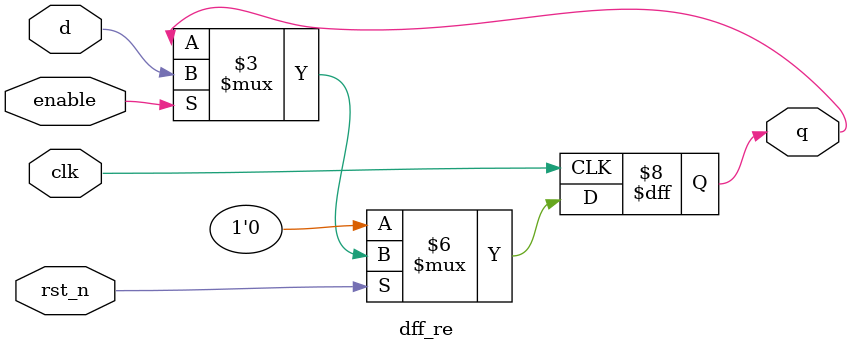
<source format=v>
`timescale 1ns / 1ps

module dff_re (
    input  wire clk,
    input  wire rst_n,    // Active-low synchronous reset
    input  wire enable,   // Enable signal
    input  wire d,        // Data input
    output reg  q         // Data output
);

always @(posedge clk) begin
    if (!rst_n) begin
        q <= 1'b0;  // Synchronous reset
    end else if (enable) begin
        q <= d;     // Update when enabled
    end
    // else q holds its current value (enable = 0)
end

endmodule


</source>
